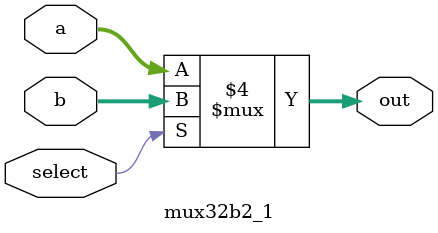
<source format=v>

module mux32b2_1 (a, b, select, out);
  input [31:0] a, b;
  input select;
  output reg [31:0] out;
  always @ (a or b or select)
  begin
    if (select == 0)
      out = a;
    else 
      out = b;
  end
endmodule
</source>
